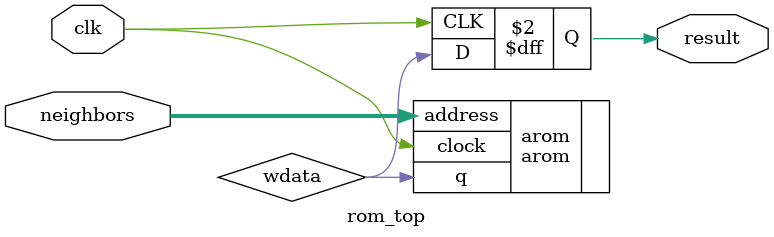
<source format=v>
module rom_top
  (
   input clk,
   input [8:0] neighbors,
   output reg result
   );
  
  reg [8:0]   neighbors_r;
  wire	      wdata;
  
  always @ (posedge clk) begin
    result <= wdata;
  end

  arom arom 
    (
     .address(neighbors),
     .clock(clk),
     .q(wdata)
     );

endmodule // top

</source>
